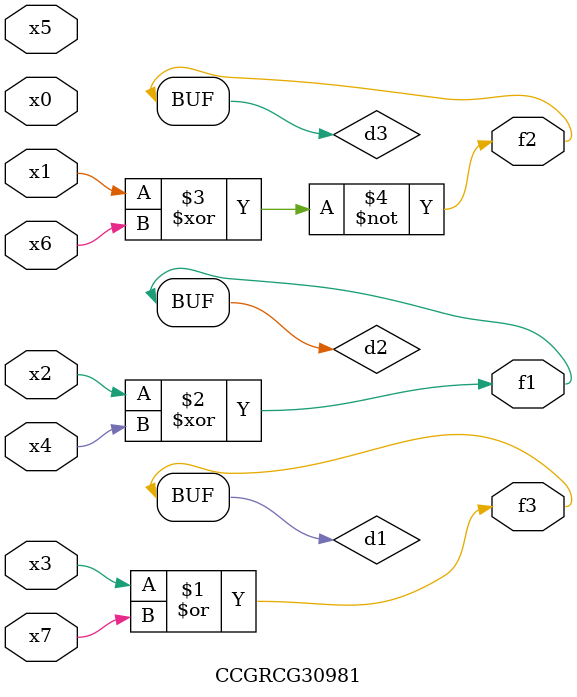
<source format=v>
module CCGRCG30981(
	input x0, x1, x2, x3, x4, x5, x6, x7,
	output f1, f2, f3
);

	wire d1, d2, d3;

	or (d1, x3, x7);
	xor (d2, x2, x4);
	xnor (d3, x1, x6);
	assign f1 = d2;
	assign f2 = d3;
	assign f3 = d1;
endmodule

</source>
